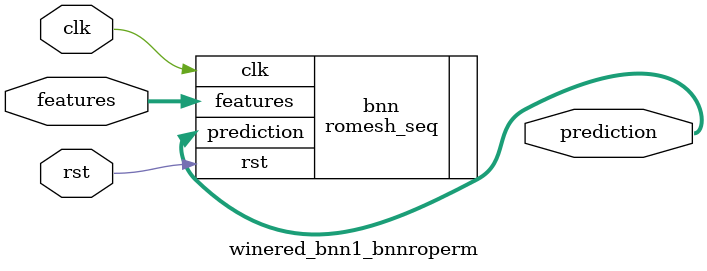
<source format=v>














module winered_bnn1_bnnroperm #(

parameter FEAT_CNT = 11,
parameter HIDDEN_CNT = 40,
parameter FEAT_BITS = 4,
parameter CLASS_CNT = 6,
parameter TEST_CNT = 1000


  ) (
  input clk,
  input rst,
  input [FEAT_CNT*FEAT_BITS-1:0] features,
  output [$clog2(CLASS_CNT)-1:0] prediction
  );

  localparam Weights0 = 440'b00111000000010010101000001100100000010101100111011111111100110010010101011011111011001111000000011011011110000101110011001010100111001100010011111111000001011011000111010100001111000000011111111011001010011110111100100101111100010100101010011011100011010000111000110100000101000001111001010010111010000111110001000001110110011100011111010111001101100001110001100111011110110001110100110001011101101101011101001101010001110111011100110011000 ;
  localparam Weights1 = 240'b101111011011111011101101100111001000110011101100101011111101111011110100000010100110100100101101111011000011011010101101100011010011101001001000010000100010010101111011110010101001100010001101000100010100111010011100001000001001100000110101 ;

  romesh_seq #(.FEAT_CNT(FEAT_CNT),.FEAT_BITS(FEAT_BITS),.HIDDEN_CNT(HIDDEN_CNT),.CLASS_CNT(CLASS_CNT),.Weights0(Weights0),.Weights1(Weights1)) bnn (
    .clk(clk),
    .rst(rst),
    .features(features),
    .prediction(prediction)
  );

endmodule

</source>
